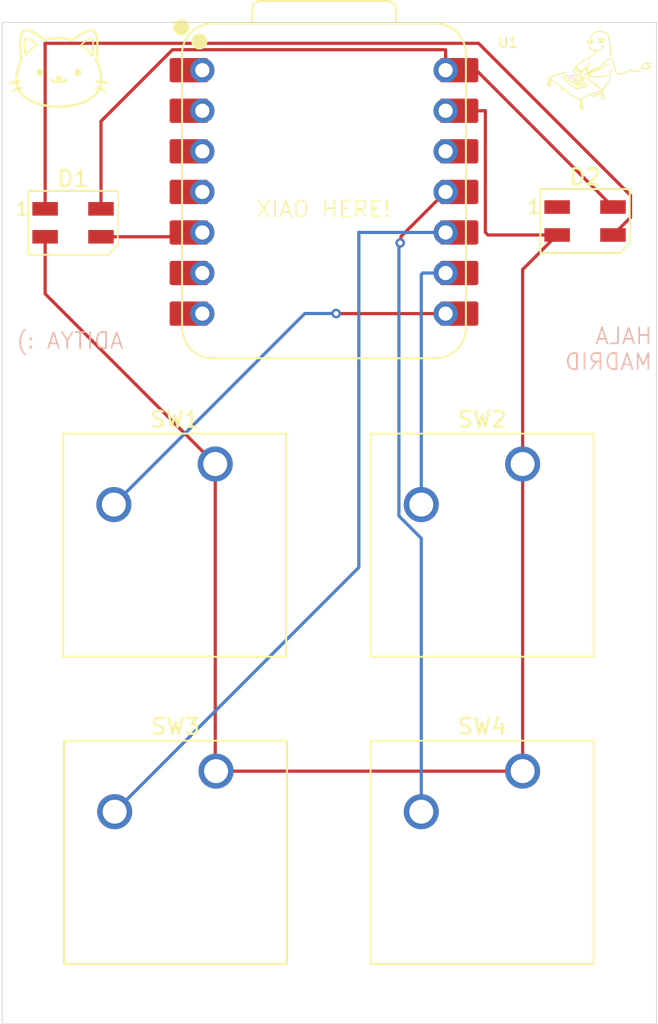
<source format=kicad_pcb>
(kicad_pcb (version 20241229) (generator "pcbnew") (generator_version "9.0")
  (layers (0 "F.Cu" signal) (2 "B.Cu" signal) (13 "F.Paste" user) (15 "B.Paste" user) (5 "F.SilkS" user "F.Silkscreen") (7 "B.SilkS" user "B.Silkscreen") (1 "F.Mask" user) (3 "B.Mask" user) (25 "Edge.Cuts" user))
  (net 0 "")
  (net 1 "Net-(D1-DOUT)")
  (net 2 "Net-(D1-DIN)")
  (net 3 "+5V")
  (net 4 "GND")
  (net 6 "Net-(U1-GPIO1{slash}RX)")
  (net 7 "Net-(U1-GPIO2{slash}SCK)")
  (net 8 "Net-(U1-GPIO4{slash}MISO)")
  (net 9 "Net-(U1-GPIO3{slash}MOSI)")
  (footprint "LOGO" (layer "F.Cu") (at 199.6948 74.5236)
    (property "Reference" "G***" (hide yes))
    (property "Value" "LOGO" (hide yes))
  )
  (footprint "OPL:XIAO-RP2040-DIP" (layer "F.Cu") (at 182.5244 82.0485)
    (property "Reference" "U1" (at 11.5316 -9.3472 0) (layer "F.SilkS") (effects (font (size 0.635 0.635) (thickness 0.1016))))
    (property "Value" "XIAO-RP2040-DIP")
    (pad "1" smd roundrect (at -8.455 -7.62 180) (size 2.432 1.524) (layers "F.Cu" "F.Mask") (roundrect_rratio 0.1))
    (pad "1" thru_hole circle (at -7.62 -7.62 180) (size 1.524 1.524) (drill 0.889) (layers "*.Cu" "*.Mask"))
    (pad "2" smd roundrect (at -8.455 -5.08 180) (size 2.432 1.524) (layers "F.Cu" "F.Mask") (roundrect_rratio 0.1))
    (pad "2" thru_hole circle (at -7.62 -5.08 180) (size 1.524 1.524) (drill 0.889) (layers "*.Cu" "*.Mask"))
    (pad "3" smd roundrect (at -8.455 -2.54 180) (size 2.432 1.524) (layers "F.Cu" "F.Mask") (roundrect_rratio 0.1))
    (pad "3" thru_hole circle (at -7.62 -2.54 180) (size 1.524 1.524) (drill 0.889) (layers "*.Cu" "*.Mask"))
    (pad "4" smd roundrect (at -8.455 0 180) (size 2.432 1.524) (layers "F.Cu" "F.Mask") (roundrect_rratio 0.1))
    (pad "4" thru_hole circle (at -7.62 0 180) (size 1.524 1.524) (drill 0.889) (layers "*.Cu" "*.Mask"))
    (pad "5" smd roundrect (at -8.455 2.54 180) (size 2.432 1.524) (layers "F.Cu" "F.Mask") (roundrect_rratio 0.1) (net 2 "Net-(D1-DIN)"))
    (pad "5" thru_hole circle (at -7.62 2.54 180) (size 1.524 1.524) (drill 0.889) (layers "*.Cu" "*.Mask") (net 2 "Net-(D1-DIN)"))
    (pad "6" smd roundrect (at -8.455 5.08 180) (size 2.432 1.524) (layers "F.Cu" "F.Mask") (roundrect_rratio 0.1))
    (pad "6" thru_hole circle (at -7.62 5.08 180) (size 1.524 1.524) (drill 0.889) (layers "*.Cu" "*.Mask"))
    (pad "7" smd roundrect (at -8.455 7.62 180) (size 2.432 1.524) (layers "F.Cu" "F.Mask") (roundrect_rratio 0.1))
    (pad "7" thru_hole circle (at -7.62 7.62 180) (size 1.524 1.524) (drill 0.889) (layers "*.Cu" "*.Mask"))
    (pad "8" thru_hole circle (at 7.62 7.62) (size 1.524 1.524) (drill 0.889) (layers "*.Cu" "*.Mask") (net 6 "Net-(U1-GPIO1{slash}RX)"))
    (pad "8" smd roundrect (at 8.455 7.62) (size 2.432 1.524) (layers "F.Cu" "F.Mask") (roundrect_rratio 0.1) (net 6 "Net-(U1-GPIO1{slash}RX)"))
    (pad "9" thru_hole circle (at 7.62 5.08) (size 1.524 1.524) (drill 0.889) (layers "*.Cu" "*.Mask") (net 7 "Net-(U1-GPIO2{slash}SCK)"))
    (pad "9" smd roundrect (at 8.455 5.08) (size 2.432 1.524) (layers "F.Cu" "F.Mask") (roundrect_rratio 0.1) (net 7 "Net-(U1-GPIO2{slash}SCK)"))
    (pad "10" thru_hole circle (at 7.62 2.54) (size 1.524 1.524) (drill 0.889) (layers "*.Cu" "*.Mask") (net 8 "Net-(U1-GPIO4{slash}MISO)"))
    (pad "10" smd roundrect (at 8.455 2.54) (size 2.432 1.524) (layers "F.Cu" "F.Mask") (roundrect_rratio 0.1) (net 8 "Net-(U1-GPIO4{slash}MISO)"))
    (pad "11" thru_hole circle (at 7.62 0) (size 1.524 1.524) (drill 0.889) (layers "*.Cu" "*.Mask") (net 9 "Net-(U1-GPIO3{slash}MOSI)"))
    (pad "11" smd roundrect (at 8.455 0) (size 2.432 1.524) (layers "F.Cu" "F.Mask") (roundrect_rratio 0.1) (net 9 "Net-(U1-GPIO3{slash}MOSI)"))
    (pad "12" thru_hole circle (at 7.62 -2.54) (size 1.524 1.524) (drill 0.889) (layers "*.Cu" "*.Mask"))
    (pad "12" smd roundrect (at 8.455 -2.54) (size 2.432 1.524) (layers "F.Cu" "F.Mask") (roundrect_rratio 0.1))
    (pad "13" thru_hole circle (at 7.62 -5.08) (size 1.524 1.524) (drill 0.889) (layers "*.Cu" "*.Mask") (net 4 "GND"))
    (pad "13" smd roundrect (at 8.455 -5.08) (size 2.432 1.524) (layers "F.Cu" "F.Mask") (roundrect_rratio 0.1) (net 4 "GND"))
    (pad "14" thru_hole circle (at 7.62 -7.62) (size 1.524 1.524) (drill 0.889) (layers "*.Cu" "*.Mask") (net 3 "+5V"))
    (pad "14" smd roundrect (at 8.455 -7.62) (size 2.432 1.524) (layers "F.Cu" "F.Mask") (roundrect_rratio 0.1) (net 3 "+5V"))
  )
  (footprint "Button_Switch_Keyboard:SW_Cherry_MX_1.00u_PCB" (layer "F.Cu") (at 175.71085 99.0854)
    (property "Reference" "SW1" (at -2.54 -2.794 0) (layer "F.SilkS"))
    (property "Value" "SW_Push")
    (pad "" np_thru_hole circle (at -7.62 5.08) (size 1.7 1.7) (drill 1.7) (layers "*.Cu" "*.Mask"))
    (pad "" np_thru_hole circle (at -2.54 5.08) (size 4 4) (drill 4) (layers "*.Cu" "*.Mask"))
    (pad "" np_thru_hole circle (at 2.54 5.08) (size 1.7 1.7) (drill 1.7) (layers "*.Cu" "*.Mask"))
    (pad "1" thru_hole circle (at 0 0) (size 2.2 2.2) (drill 1.5) (layers "*.Cu" "*.Mask") (net 4 "GND"))
    (pad "2" thru_hole circle (at -6.35 2.54) (size 2.2 2.2) (drill 1.5) (layers "*.Cu" "*.Mask") (net 6 "Net-(U1-GPIO1{slash}RX)"))
  )
  (footprint "Button_Switch_Keyboard:SW_Cherry_MX_1.00u_PCB" (layer "F.Cu") (at 194.9704 118.3132)
    (property "Reference" "SW4" (at -2.54 -2.794 0) (layer "F.SilkS"))
    (property "Value" "SW_Push")
    (pad "" np_thru_hole circle (at -7.62 5.08) (size 1.7 1.7) (drill 1.7) (layers "*.Cu" "*.Mask"))
    (pad "" np_thru_hole circle (at -2.54 5.08) (size 4 4) (drill 4) (layers "*.Cu" "*.Mask"))
    (pad "" np_thru_hole circle (at 2.54 5.08) (size 1.7 1.7) (drill 1.7) (layers "*.Cu" "*.Mask"))
    (pad "1" thru_hole circle (at 0 0) (size 2.2 2.2) (drill 1.5) (layers "*.Cu" "*.Mask") (net 4 "GND"))
    (pad "2" thru_hole circle (at -6.35 2.54) (size 2.2 2.2) (drill 1.5) (layers "*.Cu" "*.Mask") (net 9 "Net-(U1-GPIO3{slash}MOSI)"))
  )
  (footprint "LED_SMD:LED_SK6812MINI_PLCC4_3.5x3.5mm_P1.75mm" (layer "F.Cu") (at 198.882 83.8708)
    (property "Reference" "D2" (at 0 -2.75 0) (layer "F.SilkS"))
    (property "Value" "SK6812MINI")
    (fp_text user "1" (at -3.2 -0.875 0) (layer "F.SilkS") (effects (font (size 0.8 0.8))))
    (pad "1" smd rect (at -1.75 -0.875) (size 1.6 0.85) (layers "F.Cu" "F.Mask" "F.Paste"))
    (pad "2" smd rect (at -1.75 0.875) (size 1.6 0.85) (layers "F.Cu" "F.Mask" "F.Paste") (net 4 "GND"))
    (pad "3" smd rect (at 1.75 0.875) (size 1.6 0.85) (layers "F.Cu" "F.Mask" "F.Paste") (net 1 "Net-(D1-DOUT)"))
    (pad "4" smd rect (at 1.75 -0.875) (size 1.6 0.85) (layers "F.Cu" "F.Mask" "F.Paste") (net 3 "+5V"))
  )
  (footprint "LED_SMD:LED_SK6812MINI_PLCC4_3.5x3.5mm_P1.75mm" (layer "F.Cu") (at 166.8044 83.9838)
    (property "Reference" "D1" (at 0 -2.75 0) (layer "F.SilkS"))
    (property "Value" "SK6812MINI")
    (fp_text user "1" (at -3.2 -0.875 0) (layer "F.SilkS") (effects (font (size 0.8 0.8))))
    (pad "1" smd rect (at -1.75 -0.875) (size 1.6 0.85) (layers "F.Cu" "F.Mask" "F.Paste") (net 1 "Net-(D1-DOUT)"))
    (pad "2" smd rect (at -1.75 0.875) (size 1.6 0.85) (layers "F.Cu" "F.Mask" "F.Paste") (net 4 "GND"))
    (pad "3" smd rect (at 1.75 0.875) (size 1.6 0.85) (layers "F.Cu" "F.Mask" "F.Paste") (net 2 "Net-(D1-DIN)"))
    (pad "4" smd rect (at 1.75 -0.875) (size 1.6 0.85) (layers "F.Cu" "F.Mask" "F.Paste") (net 3 "+5V"))
  )
  (footprint "Button_Switch_Keyboard:SW_Cherry_MX_1.00u_PCB" (layer "F.Cu") (at 175.76165 118.3132)
    (property "Reference" "SW3" (at -2.54 -2.794 0) (layer "F.SilkS"))
    (property "Value" "SW_Push")
    (pad "" np_thru_hole circle (at -7.62 5.08) (size 1.7 1.7) (drill 1.7) (layers "*.Cu" "*.Mask"))
    (pad "" np_thru_hole circle (at -2.54 5.08) (size 4 4) (drill 4) (layers "*.Cu" "*.Mask"))
    (pad "" np_thru_hole circle (at 2.54 5.08) (size 1.7 1.7) (drill 1.7) (layers "*.Cu" "*.Mask"))
    (pad "1" thru_hole circle (at 0 0) (size 2.2 2.2) (drill 1.5) (layers "*.Cu" "*.Mask") (net 4 "GND"))
    (pad "2" thru_hole circle (at -6.35 2.54) (size 2.2 2.2) (drill 1.5) (layers "*.Cu" "*.Mask") (net 8 "Net-(U1-GPIO4{slash}MISO)"))
  )
  (footprint "LOGO" (layer "F.Cu") (at 165.9128 74.3204)
    (property "Reference" "G***" (hide yes))
    (property "Value" "LOGO" (hide yes))
  )
  (footprint "Button_Switch_Keyboard:SW_Cherry_MX_1.00u_PCB" (layer "F.Cu") (at 194.9704 99.0854)
    (property "Reference" "SW2" (at -2.54 -2.794 0) (layer "F.SilkS"))
    (property "Value" "SW_Push")
    (pad "" np_thru_hole circle (at -7.62 5.08) (size 1.7 1.7) (drill 1.7) (layers "*.Cu" "*.Mask"))
    (pad "" np_thru_hole circle (at -2.54 5.08) (size 4 4) (drill 4) (layers "*.Cu" "*.Mask"))
    (pad "" np_thru_hole circle (at 2.54 5.08) (size 1.7 1.7) (drill 1.7) (layers "*.Cu" "*.Mask"))
    (pad "1" thru_hole circle (at 0 0) (size 2.2 2.2) (drill 1.5) (layers "*.Cu" "*.Mask") (net 4 "GND"))
    (pad "2" thru_hole circle (at -6.35 2.54) (size 2.2 2.2) (drill 1.5) (layers "*.Cu" "*.Mask") (net 7 "Net-(U1-GPIO2{slash}SCK)"))
  )
  (gr_rect (start 162.356 71.4375) (end 203.35625 134.1395) (stroke (width 0.05)) (fill no) (layer "Edge.Cuts"))
  (gr_text "XIAO HERE!\n" (at 178.2064 83.7184 0) (layer "F.SilkS") (effects (font (size 1 1) (thickness 0.1)) (justify left bottom)))
  (gr_text "HALA\nMADRID\n" (at 203.1492 93.2688 0) (layer "B.SilkS") (effects (font (size 1 1) (thickness 0.1)) (justify left bottom mirror)))
  (gr_text "ADITYA :)\n" (at 170.0276 91.948 0) (layer "B.SilkS") (effects (font (size 1 1) (thickness 0.1)) (justify left bottom mirror)))
  (segment (start 165.0544 72.9032) (end 165.0544 83.1088) (width 0.2) (layer "F.Cu") (net 1))
  (segment (start 165.0492 72.898) (end 165.0544 72.9032) (width 0.2) (layer "F.Cu") (net 1))
  (segment (start 165.0492 72.7456) (end 165.0492 72.898) (width 0.2) (layer "F.Cu") (net 1))
  (segment (start 200.632 84.7458) (end 201.733 83.6448) (width 0.2) (layer "F.Cu") (net 1))
  (segment (start 192.2088 72.7456) (end 165.0492 72.7456) (width 0.2) (layer "F.Cu") (net 1))
  (segment (start 201.733 83.6448) (end 201.733 82.2698) (width 0.2) (layer "F.Cu") (net 1))
  (segment (start 201.733 82.2698) (end 192.2088 72.7456) (width 0.2) (layer "F.Cu") (net 1))
  (segment (start 168.5544 84.8588) (end 174.6341 84.8588) (width 0.2) (layer "F.Cu") (net 2))
  (segment (start 174.6341 84.8588) (end 174.9044 84.5885) (width 0.2) (layer "F.Cu") (net 2))
  (segment (start 168.5544 83.1088) (end 168.5544 77.624874) (width 0.2) (layer "F.Cu") (net 3))
  (segment (start 173.032674 73.1466) (end 190.1444 73.1466) (width 0.2) (layer "F.Cu") (net 3))
  (segment (start 190.1444 73.1466) (end 190.1444 74.4285) (width 0.2) (layer "F.Cu") (net 3))
  (segment (start 168.5544 77.624874) (end 173.032674 73.1466) (width 0.2) (layer "F.Cu") (net 3))
  (segment (start 192.0647 74.4285) (end 200.632 82.9958) (width 0.2) (layer "F.Cu") (net 3))
  (segment (start 190.1444 74.4285) (end 192.0647 74.4285) (width 0.2) (layer "F.Cu") (net 3))
  (segment (start 194.9704 118.3132) (end 175.76165 118.3132) (width 0.2) (layer "F.Cu") (net 4))
  (segment (start 165.0544 84.8588) (end 165.0544 88.42895) (width 0.2) (layer "F.Cu") (net 4))
  (segment (start 175.71085 118.2624) (end 175.76165 118.3132) (width 0.2) (layer "F.Cu") (net 4))
  (segment (start 194.9704 99.0854) (end 194.9704 118.3132) (width 0.2) (layer "F.Cu") (net 4))
  (segment (start 192.6336 76.962) (end 192.6336 84.582) (width 0.2) (layer "F.Cu") (net 4))
  (segment (start 192.7974 84.7458) (end 197.132 84.7458) (width 0.2) (layer "F.Cu") (net 4))
  (segment (start 165.0544 88.42895) (end 175.71085 99.0854) (width 0.2) (layer "F.Cu") (net 4))
  (segment (start 194.9704 99.0854) (end 194.9704 86.9074) (width 0.2) (layer "F.Cu") (net 4))
  (segment (start 190.1444 76.9685) (end 192.6271 76.9685) (width 0.2) (layer "F.Cu") (net 4))
  (segment (start 192.6336 84.582) (end 192.7974 84.7458) (width 0.2) (layer "F.Cu") (net 4))
  (segment (start 194.9704 86.9074) (end 197.132 84.7458) (width 0.2) (layer "F.Cu") (net 4))
  (segment (start 175.71085 99.0854) (end 175.71085 118.2624) (width 0.2) (layer "F.Cu") (net 4))
  (segment (start 192.6271 76.9685) (end 192.6336 76.962) (width 0.2) (layer "F.Cu") (net 4))
  (segment (start 183.2864 89.662) (end 183.2929 89.6685) (width 0.2) (layer "F.Cu") (net 6))
  (segment (start 183.2929 89.6685) (end 190.1444 89.6685) (width 0.2) (layer "F.Cu") (net 6))
  (via (at 183.2864 89.662) (size 0.6) (drill 0.3) (layers "F.Cu" "B.Cu") (net 6))
  (segment (start 169.36085 101.6254) (end 181.32425 89.662) (width 0.2) (layer "B.Cu") (net 6))
  (segment (start 181.32425 89.662) (end 183.2864 89.662) (width 0.2) (layer "B.Cu") (net 6))
  (segment (start 188.7285 87.1285) (end 190.1444 87.1285) (width 0.2) (layer "B.Cu") (net 7))
  (segment (start 188.6204 101.6254) (end 188.6204 87.2236) (width 0.2) (layer "B.Cu") (net 7))
  (segment (start 188.6204 87.2236) (end 188.722 87.122) (width 0.2) (layer "B.Cu") (net 7))
  (segment (start 188.722 87.122) (end 188.7285 87.1285) (width 0.2) (layer "B.Cu") (net 7))
  (segment (start 184.9185 84.5885) (end 190.1444 84.5885) (width 0.2) (layer "B.Cu") (net 8))
  (segment (start 169.41165 120.8532) (end 184.7088 105.55605) (width 0.2) (layer "B.Cu") (net 8))
  (segment (start 184.912 84.582) (end 184.9185 84.5885) (width 0.2) (layer "B.Cu") (net 8))
  (segment (start 184.7088 84.582) (end 184.912 84.582) (width 0.2) (layer "B.Cu") (net 8))
  (segment (start 184.7088 105.55605) (end 184.7088 84.582) (width 0.2) (layer "B.Cu") (net 8))
  (segment (start 187.3504 84.8425) (end 190.1444 82.0485) (width 0.2) (layer "F.Cu") (net 9))
  (segment (start 187.3504 85.1916) (end 187.3504 84.8425) (width 0.2) (layer "F.Cu") (net 9))
  (segment (start 187.2996 85.2424) (end 187.3504 85.1916) (width 0.2) (layer "F.Cu") (net 9))
  (via (at 187.2996 85.2424) (size 0.6) (drill 0.3) (layers "F.Cu" "B.Cu") (net 9))
  (segment (start 188.6204 103.73693) (end 187.2194 102.33593) (width 0.2) (layer "B.Cu") (net 9))
  (segment (start 188.6204 120.8532) (end 188.6204 103.73693) (width 0.2) (layer "B.Cu") (net 9))
  (segment (start 187.2194 85.3226) (end 187.2996 85.2424) (width 0.2) (layer "B.Cu") (net 9))
  (segment (start 187.2194 102.33593) (end 187.2194 85.3226) (width 0.2) (layer "B.Cu") (net 9))
)
</source>
